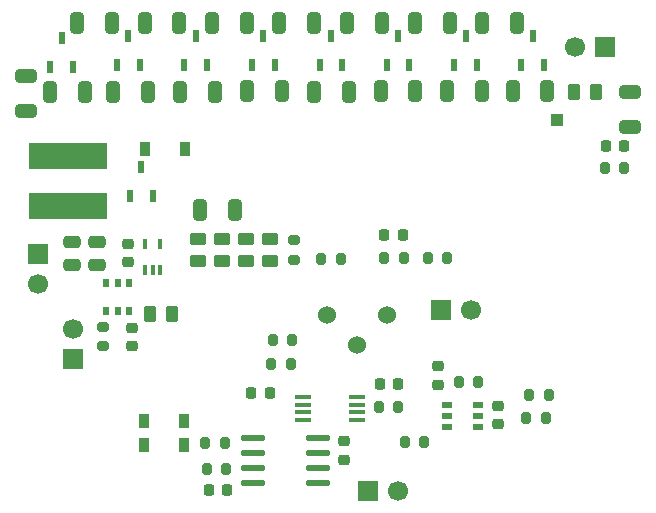
<source format=gbr>
%TF.GenerationSoftware,KiCad,Pcbnew,9.0.7-9.0.7~ubuntu22.04.1*%
%TF.CreationDate,2026-01-21T12:36:38+05:30*%
%TF.ProjectId,HV_POWER_SUPPLY_NEWSHAPE,48565f50-4f57-4455-925f-535550504c59,V1.0*%
%TF.SameCoordinates,Original*%
%TF.FileFunction,Soldermask,Top*%
%TF.FilePolarity,Negative*%
%FSLAX46Y46*%
G04 Gerber Fmt 4.6, Leading zero omitted, Abs format (unit mm)*
G04 Created by KiCad (PCBNEW 9.0.7-9.0.7~ubuntu22.04.1) date 2026-01-21 12:36:38*
%MOMM*%
%LPD*%
G01*
G04 APERTURE LIST*
G04 Aperture macros list*
%AMRoundRect*
0 Rectangle with rounded corners*
0 $1 Rounding radius*
0 $2 $3 $4 $5 $6 $7 $8 $9 X,Y pos of 4 corners*
0 Add a 4 corners polygon primitive as box body*
4,1,4,$2,$3,$4,$5,$6,$7,$8,$9,$2,$3,0*
0 Add four circle primitives for the rounded corners*
1,1,$1+$1,$2,$3*
1,1,$1+$1,$4,$5*
1,1,$1+$1,$6,$7*
1,1,$1+$1,$8,$9*
0 Add four rect primitives between the rounded corners*
20,1,$1+$1,$2,$3,$4,$5,0*
20,1,$1+$1,$4,$5,$6,$7,0*
20,1,$1+$1,$6,$7,$8,$9,0*
20,1,$1+$1,$8,$9,$2,$3,0*%
G04 Aperture macros list end*
%ADD10R,0.600000X1.070003*%
%ADD11RoundRect,0.225000X-0.250000X0.225000X-0.250000X-0.225000X0.250000X-0.225000X0.250000X0.225000X0*%
%ADD12R,1.700000X1.700000*%
%ADD13C,1.700000*%
%ADD14RoundRect,0.200000X0.200000X0.275000X-0.200000X0.275000X-0.200000X-0.275000X0.200000X-0.275000X0*%
%ADD15RoundRect,0.250000X-0.262500X-0.450000X0.262500X-0.450000X0.262500X0.450000X-0.262500X0.450000X0*%
%ADD16RoundRect,0.250000X-0.325000X-0.650000X0.325000X-0.650000X0.325000X0.650000X-0.325000X0.650000X0*%
%ADD17O,2.045009X0.588011*%
%ADD18RoundRect,0.225000X0.225000X0.250000X-0.225000X0.250000X-0.225000X-0.250000X0.225000X-0.250000X0*%
%ADD19RoundRect,0.250000X-0.475000X0.250000X-0.475000X-0.250000X0.475000X-0.250000X0.475000X0.250000X0*%
%ADD20RoundRect,0.200000X-0.200000X-0.275000X0.200000X-0.275000X0.200000X0.275000X-0.200000X0.275000X0*%
%ADD21R,6.600000X2.300000*%
%ADD22R,0.950013X1.150013*%
%ADD23RoundRect,0.250000X-0.450000X0.262500X-0.450000X-0.262500X0.450000X-0.262500X0.450000X0.262500X0*%
%ADD24RoundRect,0.200000X-0.275000X0.200000X-0.275000X-0.200000X0.275000X-0.200000X0.275000X0.200000X0*%
%ADD25RoundRect,0.225000X-0.225000X-0.250000X0.225000X-0.250000X0.225000X0.250000X-0.225000X0.250000X0*%
%ADD26R,1.397003X0.405994*%
%ADD27RoundRect,0.218750X-0.256250X0.218750X-0.256250X-0.218750X0.256250X-0.218750X0.256250X0.218750X0*%
%ADD28RoundRect,0.250000X0.450000X-0.262500X0.450000X0.262500X-0.450000X0.262500X-0.450000X-0.262500X0*%
%ADD29R,0.876300X0.508000*%
%ADD30R,0.350013X0.850013*%
%ADD31C,1.524003*%
%ADD32RoundRect,0.225000X0.250000X-0.225000X0.250000X0.225000X-0.250000X0.225000X-0.250000X-0.225000X0*%
%ADD33RoundRect,0.250000X-0.650000X0.325000X-0.650000X-0.325000X0.650000X-0.325000X0.650000X0.325000X0*%
%ADD34R,1.000000X1.000000*%
%ADD35RoundRect,0.250000X0.650000X-0.325000X0.650000X0.325000X-0.650000X0.325000X-0.650000X-0.325000X0*%
%ADD36R,0.532004X0.800000*%
G04 APERTURE END LIST*
D10*
%TO.C,D2*%
X152560038Y-91514513D03*
X154459962Y-91514513D03*
X153510000Y-89044359D03*
%TD*%
D11*
%TO.C,C1*%
X159460653Y-113585000D03*
X159460653Y-115135000D03*
%TD*%
D12*
%TO.C,J1*%
X154500000Y-116250000D03*
D13*
X154500000Y-113710000D03*
%TD*%
D10*
%TO.C,D7*%
X181050000Y-91364513D03*
X182949924Y-91364513D03*
X181999962Y-88894359D03*
%TD*%
%TO.C,D3*%
X158230038Y-91364513D03*
X160129962Y-91364513D03*
X159180000Y-88894359D03*
%TD*%
D14*
%TO.C,R22*%
X188785000Y-118220000D03*
X187135000Y-118220000D03*
%TD*%
%TO.C,R27*%
X167325000Y-123350000D03*
X165675000Y-123350000D03*
%TD*%
D15*
%TO.C,R2*%
X161037500Y-112450000D03*
X162862500Y-112450000D03*
%TD*%
D16*
%TO.C,C8*%
X154825000Y-87800000D03*
X157775000Y-87800000D03*
%TD*%
D17*
%TO.C,U5*%
X175262416Y-126745004D03*
X175262416Y-125475001D03*
X175262416Y-124204999D03*
X175262416Y-122934996D03*
X169717584Y-122934996D03*
X169717584Y-124204999D03*
X169717584Y-125475001D03*
X169717584Y-126745004D03*
%TD*%
D18*
%TO.C,C18*%
X182005000Y-118394619D03*
X180455000Y-118394619D03*
%TD*%
D19*
%TO.C,C2*%
X154430000Y-106360000D03*
X154430000Y-108260000D03*
%TD*%
D16*
%TO.C,C19*%
X177655000Y-87800000D03*
X180605000Y-87800000D03*
%TD*%
D20*
%TO.C,R16*%
X180365000Y-120290000D03*
X182015000Y-120290000D03*
%TD*%
D10*
%TO.C,Q2*%
X159330038Y-102425077D03*
X161229962Y-102425077D03*
X160280000Y-99954923D03*
%TD*%
D16*
%TO.C,C23*%
X183435000Y-87800000D03*
X186385000Y-87800000D03*
%TD*%
D10*
%TO.C,D5*%
X169660038Y-91364513D03*
X171559962Y-91364513D03*
X170610000Y-88894359D03*
%TD*%
%TO.C,D8*%
X186780038Y-91364513D03*
X188679962Y-91364513D03*
X187730000Y-88894359D03*
%TD*%
D16*
%TO.C,C21*%
X180525000Y-93590000D03*
X183475000Y-93590000D03*
%TD*%
%TO.C,C25*%
X189115000Y-87800000D03*
X192065000Y-87800000D03*
%TD*%
D21*
%TO.C,L1*%
X154070000Y-99030000D03*
X154070000Y-103330000D03*
%TD*%
D16*
%TO.C,C10*%
X157895000Y-93650000D03*
X160845000Y-93650000D03*
%TD*%
D10*
%TO.C,D6*%
X175360038Y-91364513D03*
X177259962Y-91364513D03*
X176310000Y-88894359D03*
%TD*%
D18*
%TO.C,C22*%
X167550000Y-127325000D03*
X166000000Y-127325000D03*
%TD*%
D22*
%TO.C,D1*%
X163992405Y-98490000D03*
X160607595Y-98490000D03*
%TD*%
D23*
%TO.C,R3*%
X165100000Y-106107500D03*
X165100000Y-107932500D03*
%TD*%
D24*
%TO.C,R1*%
X157060653Y-113530000D03*
X157060653Y-115180000D03*
%TD*%
D20*
%TO.C,R14*%
X192875000Y-121250000D03*
X194525000Y-121250000D03*
%TD*%
D25*
%TO.C,C9*%
X180850000Y-105750000D03*
X182400000Y-105750000D03*
%TD*%
D26*
%TO.C,U2*%
X178549975Y-121402292D03*
X178549975Y-120752305D03*
X178549975Y-120102063D03*
X178549975Y-119452076D03*
X173950025Y-119452076D03*
X173950025Y-120102063D03*
X173950025Y-120752305D03*
X173950025Y-121402292D03*
%TD*%
D16*
%TO.C,C14*%
X166245000Y-87800000D03*
X169195000Y-87800000D03*
%TD*%
D20*
%TO.C,R12*%
X171275000Y-116700000D03*
X172925000Y-116700000D03*
%TD*%
D12*
%TO.C,J5*%
X199565000Y-89860000D03*
D13*
X197025000Y-89860000D03*
%TD*%
D20*
%TO.C,R28*%
X165825000Y-125600000D03*
X167475000Y-125600000D03*
%TD*%
D16*
%TO.C,C7*%
X152575000Y-93670000D03*
X155525000Y-93670000D03*
%TD*%
%TO.C,C24*%
X186175000Y-93570000D03*
X189125000Y-93570000D03*
%TD*%
%TO.C,C17*%
X174865000Y-93620000D03*
X177815000Y-93620000D03*
%TD*%
D18*
%TO.C,C20*%
X171125000Y-119100000D03*
X169575000Y-119100000D03*
%TD*%
D27*
%TO.C,DS1*%
X185370000Y-116872500D03*
X185370000Y-118447500D03*
%TD*%
D28*
%TO.C,R4*%
X167130000Y-107932500D03*
X167130000Y-106107500D03*
%TD*%
D22*
%TO.C,D12*%
X163892405Y-121500000D03*
X160507595Y-121500000D03*
%TD*%
D12*
%TO.C,J4*%
X179475000Y-127400000D03*
D13*
X182015000Y-127400000D03*
%TD*%
D23*
%TO.C,R5*%
X169160000Y-106107500D03*
X169160000Y-107932500D03*
%TD*%
D10*
%TO.C,D4*%
X163920038Y-91364513D03*
X165819962Y-91364513D03*
X164870000Y-88894359D03*
%TD*%
D16*
%TO.C,C16*%
X171965000Y-87800000D03*
X174915000Y-87800000D03*
%TD*%
D29*
%TO.C,U4*%
X186165550Y-120129999D03*
X186165550Y-121080000D03*
X186165550Y-122030001D03*
X188794450Y-122030001D03*
X188794450Y-121080000D03*
X188794450Y-120129999D03*
%TD*%
D14*
%TO.C,R21*%
X201175000Y-100060000D03*
X199525000Y-100060000D03*
%TD*%
D16*
%TO.C,C15*%
X169205000Y-93580000D03*
X172155000Y-93580000D03*
%TD*%
%TO.C,C11*%
X160545000Y-87800000D03*
X163495000Y-87800000D03*
%TD*%
D30*
%TO.C,U1*%
X160570013Y-108710076D03*
X161220000Y-108710076D03*
X161869987Y-108710076D03*
X161869987Y-106509924D03*
X160570013Y-106509924D03*
%TD*%
D11*
%TO.C,C4*%
X159130000Y-106480000D03*
X159130000Y-108030000D03*
%TD*%
D20*
%TO.C,R11*%
X180847500Y-107680000D03*
X182497500Y-107680000D03*
%TD*%
D19*
%TO.C,C3*%
X156480000Y-106380000D03*
X156480000Y-108280000D03*
%TD*%
D18*
%TO.C,C28*%
X201150000Y-98230000D03*
X199600000Y-98230000D03*
%TD*%
D14*
%TO.C,R13*%
X173025000Y-114600000D03*
X171375000Y-114600000D03*
%TD*%
D28*
%TO.C,R20*%
X171190000Y-107932500D03*
X171190000Y-106107500D03*
%TD*%
D14*
%TO.C,R6*%
X184225000Y-123300000D03*
X182575000Y-123300000D03*
%TD*%
D31*
%TO.C,R9*%
X181100000Y-112529997D03*
X178559995Y-115070003D03*
X176019990Y-112529997D03*
%TD*%
D24*
%TO.C,R7*%
X173220000Y-106195000D03*
X173220000Y-107845000D03*
%TD*%
D14*
%TO.C,R15*%
X194775000Y-119300000D03*
X193125000Y-119300000D03*
%TD*%
D16*
%TO.C,C27*%
X191705000Y-93520000D03*
X194655000Y-93520000D03*
%TD*%
D32*
%TO.C,C29*%
X190430000Y-121780000D03*
X190430000Y-120230000D03*
%TD*%
D10*
%TO.C,D9*%
X192440038Y-91364513D03*
X194339962Y-91364513D03*
X193390000Y-88894359D03*
%TD*%
D33*
%TO.C,C26*%
X201660000Y-93635000D03*
X201660000Y-96585000D03*
%TD*%
D34*
%TO.C,TP1*%
X195450000Y-96000000D03*
%TD*%
D35*
%TO.C,C6*%
X150525000Y-95275000D03*
X150525000Y-92325000D03*
%TD*%
D36*
%TO.C,U3*%
X159210000Y-109779950D03*
X158260038Y-109779950D03*
X157310076Y-109779950D03*
X157310076Y-112180000D03*
X158260038Y-112180000D03*
X159210000Y-112180000D03*
%TD*%
D12*
%TO.C,J2*%
X151540000Y-107390000D03*
D13*
X151540000Y-109930000D03*
%TD*%
D20*
%TO.C,R10*%
X175497500Y-107782500D03*
X177147500Y-107782500D03*
%TD*%
D11*
%TO.C,C13*%
X177450000Y-123225000D03*
X177450000Y-124775000D03*
%TD*%
D12*
%TO.C,J3*%
X185675000Y-112100000D03*
D13*
X188215000Y-112100000D03*
%TD*%
D16*
%TO.C,C5*%
X165235000Y-103670000D03*
X168185000Y-103670000D03*
%TD*%
D15*
%TO.C,R19*%
X196915000Y-93620000D03*
X198740000Y-93620000D03*
%TD*%
D20*
%TO.C,R8*%
X184500000Y-107675000D03*
X186150000Y-107675000D03*
%TD*%
D16*
%TO.C,C12*%
X163525000Y-93620000D03*
X166475000Y-93620000D03*
%TD*%
D22*
%TO.C,D11*%
X160515190Y-123500000D03*
X163900000Y-123500000D03*
%TD*%
M02*

</source>
